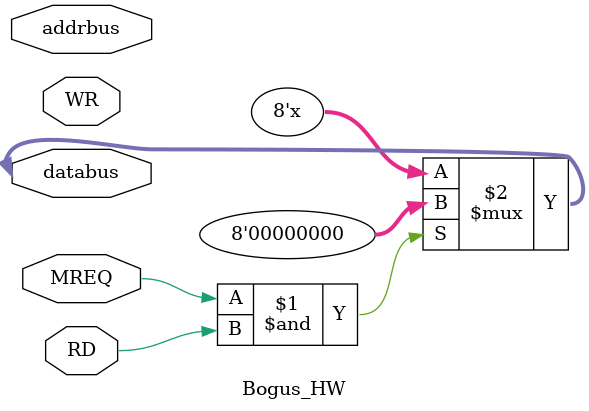
<source format=v>

`timescale 1ns/1ns

module SM83_Run();

	/* verilator lint_off UNOPTFLAT */
	reg CLK;
	wire [7:0] dbus;
	wire [15:0] abus;
	wire [7:0] irq_ack;
	reg ExternalRESET;

	wire LoadIR; 		// T1
	wire OSC_STABLE;		// T15
	wire OSC_ENA;		// T14
	wire CLK_ENA;		// T11
	
	wire RD;
	wire WR;
	wire MemReq;

	always CLK = ~CLK;

	wire ADR_CLK_N;
	wire ADR_CLK_P;
	wire DATA_CLK_N;
	wire DATA_CLK_P;
	wire INC_CLK_N;
	wire INC_CLK_P;
	wire LATCH_CLK;
	wire MAIN_CLK_N;
	wire MAIN_CLK_P;

	wire ASYNC_RESET;
	wire SYNC_RESET;

	Bogus_HW hw (
		.MREQ(MemReq),
		.RD(RD),
		.WR(WR),
		.databus(dbus),
		.addrbus(abus) );

	// The core requires a rather sophisticated CLK generation circuit.

	External_CLK clkgen (
		.CLK(CLK),
		.RESET(ExternalRESET),
		.ADR_CLK_N(ADR_CLK_N),
		.ADR_CLK_P(ADR_CLK_P),
		.DATA_CLK_N(DATA_CLK_N),
		.DATA_CLK_P(DATA_CLK_P),
		.INC_CLK_N(INC_CLK_N),
		.INC_CLK_P(INC_CLK_P),
		.LATCH_CLK(LATCH_CLK),
		.MAIN_CLK_N(MAIN_CLK_N),
		.MAIN_CLK_P(MAIN_CLK_P),
		.CLK_ENA(CLK_ENA),
		.OSC_ENA(OSC_ENA),
		.OSC_STABLE(OSC_STABLE),
		.ASYNC_RESET(ASYNC_RESET),
		.SYNC_RESET(SYNC_RESET) );

	SM83Core dmgcore (
		.CLK1(ADR_CLK_N),
		.CLK2(ADR_CLK_P),
		.CLK3(DATA_CLK_P),
		.CLK4(DATA_CLK_N),
		.CLK5(INC_CLK_N),
		.CLK6(INC_CLK_P),
		.CLK7(LATCH_CLK),
		.CLK8(MAIN_CLK_N),
		.CLK9(MAIN_CLK_P),
		.LoadIR(LoadIR),
		.OSC_STABLE(OSC_STABLE),
		.OSC_ENA(OSC_ENA),
		.RESET(ASYNC_RESET),
		.SYNC_RESET(SYNC_RESET),
		.CLK_ENA(CLK_ENA),
		.NMI(1'b0),
		.WAKE(1'b0),
		.RD(RD),
		.WR(WR),
		.Maybe1(1'b0),
		.MMIO_REQ(1'b0),
		.IPL_REQ(1'b0),
		.Maybe2(1'b0),
		.MREQ(MemReq),
		.D(dbus),
		.A(abus),
		.CPU_IRQ_TRIG({8{1'b0}}),
		.CPU_IRQ_ACK(irq_ack) );

	initial begin

		$display("Check that the DMG Core is moving.");

		ExternalRESET = 1'b0;
		CLK = 1'b0;

		// Unsupported in Verilator
		//$dumpfile("dmg_waves.vcd");
		//$dumpvars(0, dmgcore);
		//$dumpvars(1, clkgen);

		//ExternalRESET <= 1'b1;
		//repeat (8) @ (posedge CLK);
		//ExternalRESET <= 1'b0;

		//repeat (256) @ (posedge CLK);
		$finish;
	end	

endmodule // SM83_Run

module Bogus_HW ( MREQ, RD, WR, databus, addrbus );

	input MREQ;
	input RD;
	input WR;
	inout [7:0] databus;
	input [15:0] addrbus;

	assign databus = (MREQ & RD) ? 8'b00000000 : 8'bzzzzzzzz;

endmodule // Bogus_HW

</source>
